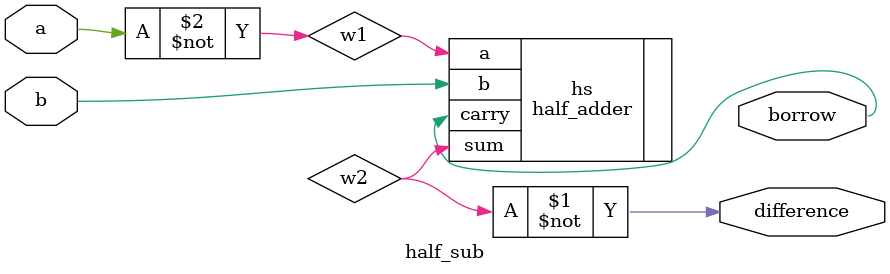
<source format=v>
`include "half_adder.v"
module half_sub(a,b,difference,borrow);
input a,b;
output difference,borrow;
not g1(w1,a);
half_adder hs(.a(w1),.b(b),.sum(w2),.carry(borrow));
//not g2(sum,w2);
assign difference=~w2;
endmodule

</source>
